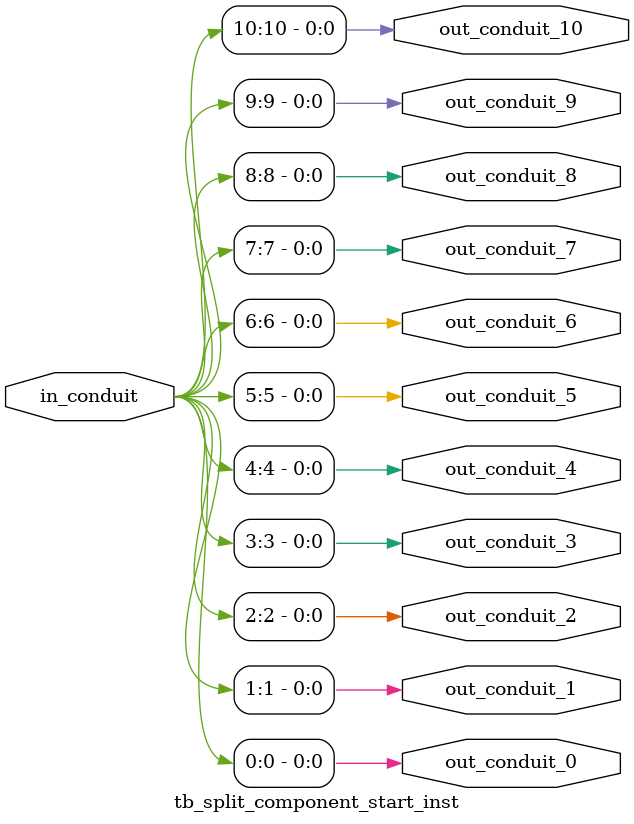
<source format=sv>





// --------------------------------------------------------------------------------
//| Avalon Split Multi-bit Conduit
// --------------------------------------------------------------------------------

// ------------------------------------------
// Generation parameters:
//   output_name:       tb_split_component_start_inst
//   multibit_width:    11
//
// ------------------------------------------

module tb_split_component_start_inst
#(
    parameter MULTIBIT_WIDTH = 11
)
(

// Interface: out_conduit_0
 output                    out_conduit_0,
// Interface: out_conduit_1
 output                    out_conduit_1,
// Interface: out_conduit_2
 output                    out_conduit_2,
// Interface: out_conduit_3
 output                    out_conduit_3,
// Interface: out_conduit_4
 output                    out_conduit_4,
// Interface: out_conduit_5
 output                    out_conduit_5,
// Interface: out_conduit_6
 output                    out_conduit_6,
// Interface: out_conduit_7
 output                    out_conduit_7,
// Interface: out_conduit_8
 output                    out_conduit_8,
// Interface: out_conduit_9
 output                    out_conduit_9,
// Interface: out_conduit_10
 output                    out_conduit_10,

// Interface: in_conduit
 input    [MULTIBIT_WIDTH-1:0]               in_conduit

);

   assign  out_conduit_0 = in_conduit[0];
   assign  out_conduit_1 = in_conduit[1];
   assign  out_conduit_2 = in_conduit[2];
   assign  out_conduit_3 = in_conduit[3];
   assign  out_conduit_4 = in_conduit[4];
   assign  out_conduit_5 = in_conduit[5];
   assign  out_conduit_6 = in_conduit[6];
   assign  out_conduit_7 = in_conduit[7];
   assign  out_conduit_8 = in_conduit[8];
   assign  out_conduit_9 = in_conduit[9];
   assign  out_conduit_10 = in_conduit[10];

endmodule //


</source>
